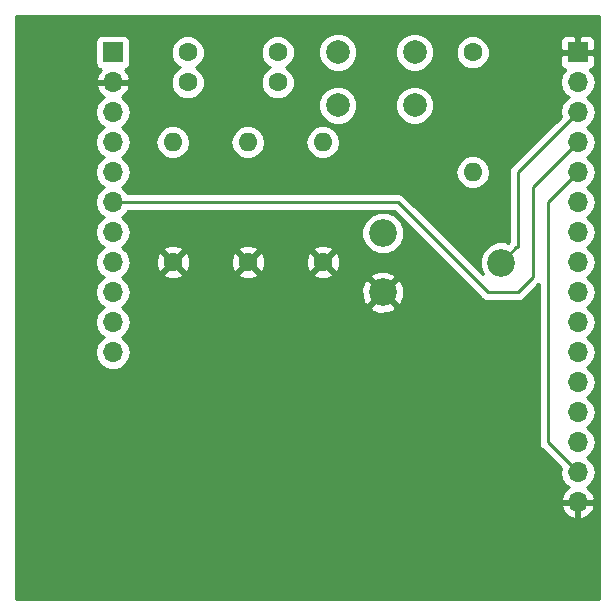
<source format=gbr>
G04 #@! TF.GenerationSoftware,KiCad,Pcbnew,(5.0.1)-4*
G04 #@! TF.CreationDate,2018-12-10T10:09:48+10:00*
G04 #@! TF.ProjectId,timer,74696D65722E6B696361645F70636200,rev?*
G04 #@! TF.SameCoordinates,Original*
G04 #@! TF.FileFunction,Copper,L2,Bot,Signal*
G04 #@! TF.FilePolarity,Positive*
%FSLAX46Y46*%
G04 Gerber Fmt 4.6, Leading zero omitted, Abs format (unit mm)*
G04 Created by KiCad (PCBNEW (5.0.1)-4) date 10-Dec-18 10:09:48 AM*
%MOMM*%
%LPD*%
G01*
G04 APERTURE LIST*
G04 #@! TA.AperFunction,ComponentPad*
%ADD10C,1.600000*%
G04 #@! TD*
G04 #@! TA.AperFunction,ComponentPad*
%ADD11O,1.600000X1.600000*%
G04 #@! TD*
G04 #@! TA.AperFunction,ComponentPad*
%ADD12C,2.340000*%
G04 #@! TD*
G04 #@! TA.AperFunction,ComponentPad*
%ADD13C,2.000000*%
G04 #@! TD*
G04 #@! TA.AperFunction,ComponentPad*
%ADD14R,1.700000X1.700000*%
G04 #@! TD*
G04 #@! TA.AperFunction,ComponentPad*
%ADD15O,1.700000X1.700000*%
G04 #@! TD*
G04 #@! TA.AperFunction,Conductor*
%ADD16C,0.250000*%
G04 #@! TD*
G04 #@! TA.AperFunction,Conductor*
%ADD17C,0.254000*%
G04 #@! TD*
G04 APERTURE END LIST*
D10*
G04 #@! TO.P,R1,2*
G04 #@! TO.N,Net-(R1-Pad2)*
X134620000Y-76200000D03*
G04 #@! TO.P,R1,1*
G04 #@! TO.N,Net-(R1-Pad1)*
X134620000Y-73660000D03*
G04 #@! TD*
D11*
G04 #@! TO.P,R2,2*
G04 #@! TO.N,Net-(R1-Pad2)*
X132080000Y-81280000D03*
D10*
G04 #@! TO.P,R2,1*
G04 #@! TO.N,Net-(R2-Pad1)*
X132080000Y-91440000D03*
G04 #@! TD*
G04 #@! TO.P,R3,1*
G04 #@! TO.N,Net-(R1-Pad1)*
X127000000Y-73660000D03*
G04 #@! TO.P,R3,2*
G04 #@! TO.N,Net-(R3-Pad2)*
X127000000Y-76200000D03*
G04 #@! TD*
G04 #@! TO.P,R4,1*
G04 #@! TO.N,Net-(R2-Pad1)*
X125730000Y-91440000D03*
D11*
G04 #@! TO.P,R4,2*
G04 #@! TO.N,Net-(R3-Pad2)*
X125730000Y-81280000D03*
G04 #@! TD*
D10*
G04 #@! TO.P,R5,1*
G04 #@! TO.N,Net-(R5-Pad1)*
X151130000Y-73660000D03*
D11*
G04 #@! TO.P,R5,2*
G04 #@! TO.N,Net-(R1-Pad1)*
X151130000Y-83820000D03*
G04 #@! TD*
G04 #@! TO.P,R6,2*
G04 #@! TO.N,Net-(R6-Pad2)*
X138430000Y-81280000D03*
D10*
G04 #@! TO.P,R6,1*
G04 #@! TO.N,Net-(R2-Pad1)*
X138430000Y-91440000D03*
G04 #@! TD*
D12*
G04 #@! TO.P,RV1,3*
G04 #@! TO.N,Net-(R1-Pad1)*
X143510000Y-88980000D03*
G04 #@! TO.P,RV1,2*
G04 #@! TO.N,Net-(RV1-Pad2)*
X153510000Y-91480000D03*
G04 #@! TO.P,RV1,1*
G04 #@! TO.N,Net-(R2-Pad1)*
X143510000Y-93980000D03*
G04 #@! TD*
D13*
G04 #@! TO.P,SW1,2*
G04 #@! TO.N,Net-(R6-Pad2)*
X139700000Y-78160000D03*
G04 #@! TO.P,SW1,1*
G04 #@! TO.N,Net-(R1-Pad1)*
X139700000Y-73660000D03*
G04 #@! TO.P,SW1,2*
G04 #@! TO.N,Net-(R6-Pad2)*
X146200000Y-78160000D03*
G04 #@! TO.P,SW1,1*
G04 #@! TO.N,Net-(R1-Pad1)*
X146200000Y-73660000D03*
G04 #@! TD*
D14*
G04 #@! TO.P,U1,1*
G04 #@! TO.N,Net-(R1-Pad1)*
X120650000Y-73660000D03*
D15*
G04 #@! TO.P,U1,2*
G04 #@! TO.N,Net-(R2-Pad1)*
X120650000Y-76200000D03*
G04 #@! TO.P,U1,3*
G04 #@! TO.N,Net-(R3-Pad2)*
X120650000Y-78740000D03*
G04 #@! TO.P,U1,4*
G04 #@! TO.N,Net-(R1-Pad2)*
X120650000Y-81280000D03*
G04 #@! TO.P,U1,5*
G04 #@! TO.N,Net-(R6-Pad2)*
X120650000Y-83820000D03*
G04 #@! TO.P,U1,6*
G04 #@! TO.N,Net-(U1-Pad6)*
X120650000Y-86360000D03*
G04 #@! TO.P,U1,7*
G04 #@! TO.N,Net-(U1-Pad7)*
X120650000Y-88900000D03*
G04 #@! TO.P,U1,8*
G04 #@! TO.N,Net-(U1-Pad8)*
X120650000Y-91440000D03*
G04 #@! TO.P,U1,9*
G04 #@! TO.N,Net-(U1-Pad9)*
X120650000Y-93980000D03*
G04 #@! TO.P,U1,10*
G04 #@! TO.N,Net-(U1-Pad10)*
X120650000Y-96520000D03*
G04 #@! TO.P,U1,11*
G04 #@! TO.N,Net-(U1-Pad11)*
X120650000Y-99060000D03*
G04 #@! TD*
D14*
G04 #@! TO.P,U2,1*
G04 #@! TO.N,Net-(R2-Pad1)*
X160020000Y-73660000D03*
D15*
G04 #@! TO.P,U2,2*
G04 #@! TO.N,Net-(R5-Pad1)*
X160020000Y-76200000D03*
G04 #@! TO.P,U2,3*
G04 #@! TO.N,Net-(RV1-Pad2)*
X160020000Y-78740000D03*
G04 #@! TO.P,U2,4*
G04 #@! TO.N,Net-(U1-Pad6)*
X160020000Y-81280000D03*
G04 #@! TO.P,U2,5*
G04 #@! TO.N,Net-(R1-Pad1)*
X160020000Y-83820000D03*
G04 #@! TO.P,U2,6*
G04 #@! TO.N,Net-(U1-Pad7)*
X160020000Y-86360000D03*
G04 #@! TO.P,U2,7*
G04 #@! TO.N,Net-(U2-Pad7)*
X160020000Y-88900000D03*
G04 #@! TO.P,U2,8*
G04 #@! TO.N,Net-(U2-Pad8)*
X160020000Y-91440000D03*
G04 #@! TO.P,U2,9*
G04 #@! TO.N,Net-(U2-Pad9)*
X160020000Y-93980000D03*
G04 #@! TO.P,U2,10*
G04 #@! TO.N,Net-(U2-Pad10)*
X160020000Y-96520000D03*
G04 #@! TO.P,U2,11*
G04 #@! TO.N,Net-(U1-Pad8)*
X160020000Y-99060000D03*
G04 #@! TO.P,U2,12*
G04 #@! TO.N,Net-(U1-Pad9)*
X160020000Y-101600000D03*
G04 #@! TO.P,U2,13*
G04 #@! TO.N,Net-(U1-Pad10)*
X160020000Y-104140000D03*
G04 #@! TO.P,U2,14*
G04 #@! TO.N,Net-(U1-Pad11)*
X160020000Y-106680000D03*
G04 #@! TO.P,U2,15*
G04 #@! TO.N,Net-(R1-Pad1)*
X160020000Y-109220000D03*
G04 #@! TO.P,U2,16*
G04 #@! TO.N,Net-(R2-Pad1)*
X160020000Y-111760000D03*
G04 #@! TD*
D16*
G04 #@! TO.N,Net-(R1-Pad1)*
X157480000Y-106680000D02*
X160020000Y-109220000D01*
X160020000Y-83820000D02*
X157480000Y-86360000D01*
X157480000Y-86360000D02*
X157480000Y-106680000D01*
G04 #@! TO.N,Net-(RV1-Pad2)*
X154820000Y-90170000D02*
X153510000Y-91480000D01*
X154940000Y-90170000D02*
X154820000Y-90170000D01*
X160020000Y-78740000D02*
X154940000Y-83820000D01*
X154940000Y-83820000D02*
X154940000Y-90170000D01*
G04 #@! TO.N,Net-(U1-Pad6)*
X144780000Y-86360000D02*
X120650000Y-86360000D01*
X152400000Y-93980000D02*
X144780000Y-86360000D01*
X154940000Y-93980000D02*
X152400000Y-93980000D01*
X156210000Y-92710000D02*
X154940000Y-93980000D01*
X160020000Y-81280000D02*
X156210000Y-85090000D01*
X156210000Y-85090000D02*
X156210000Y-92710000D01*
G04 #@! TD*
D17*
G04 #@! TO.N,Net-(R2-Pad1)*
G36*
X161850001Y-119940000D02*
X112470000Y-119940000D01*
X112470000Y-112116890D01*
X158578524Y-112116890D01*
X158748355Y-112526924D01*
X159138642Y-112955183D01*
X159663108Y-113201486D01*
X159893000Y-113080819D01*
X159893000Y-111887000D01*
X160147000Y-111887000D01*
X160147000Y-113080819D01*
X160376892Y-113201486D01*
X160901358Y-112955183D01*
X161291645Y-112526924D01*
X161461476Y-112116890D01*
X161340155Y-111887000D01*
X160147000Y-111887000D01*
X159893000Y-111887000D01*
X158699845Y-111887000D01*
X158578524Y-112116890D01*
X112470000Y-112116890D01*
X112470000Y-78740000D01*
X119135908Y-78740000D01*
X119251161Y-79319418D01*
X119579375Y-79810625D01*
X119877761Y-80010000D01*
X119579375Y-80209375D01*
X119251161Y-80700582D01*
X119135908Y-81280000D01*
X119251161Y-81859418D01*
X119579375Y-82350625D01*
X119877761Y-82550000D01*
X119579375Y-82749375D01*
X119251161Y-83240582D01*
X119135908Y-83820000D01*
X119251161Y-84399418D01*
X119579375Y-84890625D01*
X119877761Y-85090000D01*
X119579375Y-85289375D01*
X119251161Y-85780582D01*
X119135908Y-86360000D01*
X119251161Y-86939418D01*
X119579375Y-87430625D01*
X119877761Y-87630000D01*
X119579375Y-87829375D01*
X119251161Y-88320582D01*
X119135908Y-88900000D01*
X119251161Y-89479418D01*
X119579375Y-89970625D01*
X119877761Y-90170000D01*
X119579375Y-90369375D01*
X119251161Y-90860582D01*
X119135908Y-91440000D01*
X119251161Y-92019418D01*
X119579375Y-92510625D01*
X119877761Y-92710000D01*
X119579375Y-92909375D01*
X119251161Y-93400582D01*
X119135908Y-93980000D01*
X119251161Y-94559418D01*
X119579375Y-95050625D01*
X119877761Y-95250000D01*
X119579375Y-95449375D01*
X119251161Y-95940582D01*
X119135908Y-96520000D01*
X119251161Y-97099418D01*
X119579375Y-97590625D01*
X119877761Y-97790000D01*
X119579375Y-97989375D01*
X119251161Y-98480582D01*
X119135908Y-99060000D01*
X119251161Y-99639418D01*
X119579375Y-100130625D01*
X120070582Y-100458839D01*
X120503744Y-100545000D01*
X120796256Y-100545000D01*
X121229418Y-100458839D01*
X121720625Y-100130625D01*
X122048839Y-99639418D01*
X122164092Y-99060000D01*
X122048839Y-98480582D01*
X121720625Y-97989375D01*
X121422239Y-97790000D01*
X121720625Y-97590625D01*
X122048839Y-97099418D01*
X122164092Y-96520000D01*
X122048839Y-95940582D01*
X121720625Y-95449375D01*
X121430450Y-95255486D01*
X142414120Y-95255486D01*
X142533586Y-95539984D01*
X143204890Y-95794894D01*
X143922646Y-95773504D01*
X144486414Y-95539984D01*
X144605880Y-95255486D01*
X143510000Y-94159605D01*
X142414120Y-95255486D01*
X121430450Y-95255486D01*
X121422239Y-95250000D01*
X121720625Y-95050625D01*
X122048839Y-94559418D01*
X122164092Y-93980000D01*
X122103403Y-93674890D01*
X141695106Y-93674890D01*
X141716496Y-94392646D01*
X141950016Y-94956414D01*
X142234514Y-95075880D01*
X143330395Y-93980000D01*
X143689605Y-93980000D01*
X144785486Y-95075880D01*
X145069984Y-94956414D01*
X145324894Y-94285110D01*
X145303504Y-93567354D01*
X145069984Y-93003586D01*
X144785486Y-92884120D01*
X143689605Y-93980000D01*
X143330395Y-93980000D01*
X142234514Y-92884120D01*
X141950016Y-93003586D01*
X141695106Y-93674890D01*
X122103403Y-93674890D01*
X122048839Y-93400582D01*
X121720625Y-92909375D01*
X121422239Y-92710000D01*
X121720625Y-92510625D01*
X121762640Y-92447745D01*
X124901861Y-92447745D01*
X124975995Y-92693864D01*
X125513223Y-92886965D01*
X126083454Y-92859778D01*
X126484005Y-92693864D01*
X126558139Y-92447745D01*
X131251861Y-92447745D01*
X131325995Y-92693864D01*
X131863223Y-92886965D01*
X132433454Y-92859778D01*
X132834005Y-92693864D01*
X132908139Y-92447745D01*
X137601861Y-92447745D01*
X137675995Y-92693864D01*
X138213223Y-92886965D01*
X138783454Y-92859778D01*
X139158293Y-92704514D01*
X142414120Y-92704514D01*
X143510000Y-93800395D01*
X144605880Y-92704514D01*
X144486414Y-92420016D01*
X143815110Y-92165106D01*
X143097354Y-92186496D01*
X142533586Y-92420016D01*
X142414120Y-92704514D01*
X139158293Y-92704514D01*
X139184005Y-92693864D01*
X139258139Y-92447745D01*
X138430000Y-91619605D01*
X137601861Y-92447745D01*
X132908139Y-92447745D01*
X132080000Y-91619605D01*
X131251861Y-92447745D01*
X126558139Y-92447745D01*
X125730000Y-91619605D01*
X124901861Y-92447745D01*
X121762640Y-92447745D01*
X122048839Y-92019418D01*
X122164092Y-91440000D01*
X122120973Y-91223223D01*
X124283035Y-91223223D01*
X124310222Y-91793454D01*
X124476136Y-92194005D01*
X124722255Y-92268139D01*
X125550395Y-91440000D01*
X125909605Y-91440000D01*
X126737745Y-92268139D01*
X126983864Y-92194005D01*
X127176965Y-91656777D01*
X127156295Y-91223223D01*
X130633035Y-91223223D01*
X130660222Y-91793454D01*
X130826136Y-92194005D01*
X131072255Y-92268139D01*
X131900395Y-91440000D01*
X132259605Y-91440000D01*
X133087745Y-92268139D01*
X133333864Y-92194005D01*
X133526965Y-91656777D01*
X133506295Y-91223223D01*
X136983035Y-91223223D01*
X137010222Y-91793454D01*
X137176136Y-92194005D01*
X137422255Y-92268139D01*
X138250395Y-91440000D01*
X138609605Y-91440000D01*
X139437745Y-92268139D01*
X139683864Y-92194005D01*
X139876965Y-91656777D01*
X139849778Y-91086546D01*
X139683864Y-90685995D01*
X139437745Y-90611861D01*
X138609605Y-91440000D01*
X138250395Y-91440000D01*
X137422255Y-90611861D01*
X137176136Y-90685995D01*
X136983035Y-91223223D01*
X133506295Y-91223223D01*
X133499778Y-91086546D01*
X133333864Y-90685995D01*
X133087745Y-90611861D01*
X132259605Y-91440000D01*
X131900395Y-91440000D01*
X131072255Y-90611861D01*
X130826136Y-90685995D01*
X130633035Y-91223223D01*
X127156295Y-91223223D01*
X127149778Y-91086546D01*
X126983864Y-90685995D01*
X126737745Y-90611861D01*
X125909605Y-91440000D01*
X125550395Y-91440000D01*
X124722255Y-90611861D01*
X124476136Y-90685995D01*
X124283035Y-91223223D01*
X122120973Y-91223223D01*
X122048839Y-90860582D01*
X121762641Y-90432255D01*
X124901861Y-90432255D01*
X125730000Y-91260395D01*
X126558139Y-90432255D01*
X131251861Y-90432255D01*
X132080000Y-91260395D01*
X132908139Y-90432255D01*
X137601861Y-90432255D01*
X138430000Y-91260395D01*
X139258139Y-90432255D01*
X139184005Y-90186136D01*
X138646777Y-89993035D01*
X138076546Y-90020222D01*
X137675995Y-90186136D01*
X137601861Y-90432255D01*
X132908139Y-90432255D01*
X132834005Y-90186136D01*
X132296777Y-89993035D01*
X131726546Y-90020222D01*
X131325995Y-90186136D01*
X131251861Y-90432255D01*
X126558139Y-90432255D01*
X126484005Y-90186136D01*
X125946777Y-89993035D01*
X125376546Y-90020222D01*
X124975995Y-90186136D01*
X124901861Y-90432255D01*
X121762641Y-90432255D01*
X121720625Y-90369375D01*
X121422239Y-90170000D01*
X121720625Y-89970625D01*
X122048839Y-89479418D01*
X122164092Y-88900000D01*
X122108589Y-88620963D01*
X141705000Y-88620963D01*
X141705000Y-89339037D01*
X141979795Y-90002450D01*
X142487550Y-90510205D01*
X143150963Y-90785000D01*
X143869037Y-90785000D01*
X144532450Y-90510205D01*
X145040205Y-90002450D01*
X145315000Y-89339037D01*
X145315000Y-88620963D01*
X145040205Y-87957550D01*
X144532450Y-87449795D01*
X143869037Y-87175000D01*
X143150963Y-87175000D01*
X142487550Y-87449795D01*
X141979795Y-87957550D01*
X141705000Y-88620963D01*
X122108589Y-88620963D01*
X122048839Y-88320582D01*
X121720625Y-87829375D01*
X121422239Y-87630000D01*
X121720625Y-87430625D01*
X121928178Y-87120000D01*
X144465199Y-87120000D01*
X151809673Y-94464476D01*
X151852071Y-94527929D01*
X151915524Y-94570327D01*
X151915526Y-94570329D01*
X152040902Y-94654102D01*
X152103463Y-94695904D01*
X152325148Y-94740000D01*
X152325152Y-94740000D01*
X152399999Y-94754888D01*
X152474846Y-94740000D01*
X154865153Y-94740000D01*
X154940000Y-94754888D01*
X155014847Y-94740000D01*
X155014852Y-94740000D01*
X155236537Y-94695904D01*
X155487929Y-94527929D01*
X155530331Y-94464470D01*
X156694473Y-93300329D01*
X156720000Y-93283272D01*
X156720001Y-106605148D01*
X156705112Y-106680000D01*
X156720001Y-106754852D01*
X156764097Y-106976537D01*
X156932072Y-107227929D01*
X156995528Y-107270329D01*
X158578791Y-108853593D01*
X158505908Y-109220000D01*
X158621161Y-109799418D01*
X158949375Y-110290625D01*
X159268478Y-110503843D01*
X159138642Y-110564817D01*
X158748355Y-110993076D01*
X158578524Y-111403110D01*
X158699845Y-111633000D01*
X159893000Y-111633000D01*
X159893000Y-111613000D01*
X160147000Y-111613000D01*
X160147000Y-111633000D01*
X161340155Y-111633000D01*
X161461476Y-111403110D01*
X161291645Y-110993076D01*
X160901358Y-110564817D01*
X160771522Y-110503843D01*
X161090625Y-110290625D01*
X161418839Y-109799418D01*
X161534092Y-109220000D01*
X161418839Y-108640582D01*
X161090625Y-108149375D01*
X160792239Y-107950000D01*
X161090625Y-107750625D01*
X161418839Y-107259418D01*
X161534092Y-106680000D01*
X161418839Y-106100582D01*
X161090625Y-105609375D01*
X160792239Y-105410000D01*
X161090625Y-105210625D01*
X161418839Y-104719418D01*
X161534092Y-104140000D01*
X161418839Y-103560582D01*
X161090625Y-103069375D01*
X160792239Y-102870000D01*
X161090625Y-102670625D01*
X161418839Y-102179418D01*
X161534092Y-101600000D01*
X161418839Y-101020582D01*
X161090625Y-100529375D01*
X160792239Y-100330000D01*
X161090625Y-100130625D01*
X161418839Y-99639418D01*
X161534092Y-99060000D01*
X161418839Y-98480582D01*
X161090625Y-97989375D01*
X160792239Y-97790000D01*
X161090625Y-97590625D01*
X161418839Y-97099418D01*
X161534092Y-96520000D01*
X161418839Y-95940582D01*
X161090625Y-95449375D01*
X160792239Y-95250000D01*
X161090625Y-95050625D01*
X161418839Y-94559418D01*
X161534092Y-93980000D01*
X161418839Y-93400582D01*
X161090625Y-92909375D01*
X160792239Y-92710000D01*
X161090625Y-92510625D01*
X161418839Y-92019418D01*
X161534092Y-91440000D01*
X161418839Y-90860582D01*
X161090625Y-90369375D01*
X160792239Y-90170000D01*
X161090625Y-89970625D01*
X161418839Y-89479418D01*
X161534092Y-88900000D01*
X161418839Y-88320582D01*
X161090625Y-87829375D01*
X160792239Y-87630000D01*
X161090625Y-87430625D01*
X161418839Y-86939418D01*
X161534092Y-86360000D01*
X161418839Y-85780582D01*
X161090625Y-85289375D01*
X160792239Y-85090000D01*
X161090625Y-84890625D01*
X161418839Y-84399418D01*
X161534092Y-83820000D01*
X161418839Y-83240582D01*
X161090625Y-82749375D01*
X160792239Y-82550000D01*
X161090625Y-82350625D01*
X161418839Y-81859418D01*
X161534092Y-81280000D01*
X161418839Y-80700582D01*
X161090625Y-80209375D01*
X160792239Y-80010000D01*
X161090625Y-79810625D01*
X161418839Y-79319418D01*
X161534092Y-78740000D01*
X161418839Y-78160582D01*
X161090625Y-77669375D01*
X160792239Y-77470000D01*
X161090625Y-77270625D01*
X161418839Y-76779418D01*
X161534092Y-76200000D01*
X161418839Y-75620582D01*
X161090625Y-75129375D01*
X161068967Y-75114904D01*
X161229698Y-75048327D01*
X161408327Y-74869699D01*
X161505000Y-74636310D01*
X161505000Y-73945750D01*
X161346250Y-73787000D01*
X160147000Y-73787000D01*
X160147000Y-73807000D01*
X159893000Y-73807000D01*
X159893000Y-73787000D01*
X158693750Y-73787000D01*
X158535000Y-73945750D01*
X158535000Y-74636310D01*
X158631673Y-74869699D01*
X158810302Y-75048327D01*
X158971033Y-75114904D01*
X158949375Y-75129375D01*
X158621161Y-75620582D01*
X158505908Y-76200000D01*
X158621161Y-76779418D01*
X158949375Y-77270625D01*
X159247761Y-77470000D01*
X158949375Y-77669375D01*
X158621161Y-78160582D01*
X158505908Y-78740000D01*
X158578791Y-79106407D01*
X154455530Y-83229669D01*
X154392071Y-83272071D01*
X154224096Y-83523464D01*
X154180000Y-83745149D01*
X154180000Y-83745153D01*
X154165112Y-83820000D01*
X154180000Y-83894847D01*
X154180001Y-89735197D01*
X154131487Y-89783711D01*
X153869037Y-89675000D01*
X153150963Y-89675000D01*
X152487550Y-89949795D01*
X151979795Y-90457550D01*
X151705000Y-91120963D01*
X151705000Y-91839037D01*
X151967450Y-92472648D01*
X145370331Y-85875530D01*
X145327929Y-85812071D01*
X145076537Y-85644096D01*
X144854852Y-85600000D01*
X144854847Y-85600000D01*
X144780000Y-85585112D01*
X144705153Y-85600000D01*
X121928178Y-85600000D01*
X121720625Y-85289375D01*
X121422239Y-85090000D01*
X121720625Y-84890625D01*
X122048839Y-84399418D01*
X122164092Y-83820000D01*
X149666887Y-83820000D01*
X149778260Y-84379909D01*
X150095423Y-84854577D01*
X150570091Y-85171740D01*
X150988667Y-85255000D01*
X151271333Y-85255000D01*
X151689909Y-85171740D01*
X152164577Y-84854577D01*
X152481740Y-84379909D01*
X152593113Y-83820000D01*
X152481740Y-83260091D01*
X152164577Y-82785423D01*
X151689909Y-82468260D01*
X151271333Y-82385000D01*
X150988667Y-82385000D01*
X150570091Y-82468260D01*
X150095423Y-82785423D01*
X149778260Y-83260091D01*
X149666887Y-83820000D01*
X122164092Y-83820000D01*
X122048839Y-83240582D01*
X121720625Y-82749375D01*
X121422239Y-82550000D01*
X121720625Y-82350625D01*
X122048839Y-81859418D01*
X122164092Y-81280000D01*
X124266887Y-81280000D01*
X124378260Y-81839909D01*
X124695423Y-82314577D01*
X125170091Y-82631740D01*
X125588667Y-82715000D01*
X125871333Y-82715000D01*
X126289909Y-82631740D01*
X126764577Y-82314577D01*
X127081740Y-81839909D01*
X127193113Y-81280000D01*
X130616887Y-81280000D01*
X130728260Y-81839909D01*
X131045423Y-82314577D01*
X131520091Y-82631740D01*
X131938667Y-82715000D01*
X132221333Y-82715000D01*
X132639909Y-82631740D01*
X133114577Y-82314577D01*
X133431740Y-81839909D01*
X133543113Y-81280000D01*
X136966887Y-81280000D01*
X137078260Y-81839909D01*
X137395423Y-82314577D01*
X137870091Y-82631740D01*
X138288667Y-82715000D01*
X138571333Y-82715000D01*
X138989909Y-82631740D01*
X139464577Y-82314577D01*
X139781740Y-81839909D01*
X139893113Y-81280000D01*
X139781740Y-80720091D01*
X139464577Y-80245423D01*
X138989909Y-79928260D01*
X138571333Y-79845000D01*
X138288667Y-79845000D01*
X137870091Y-79928260D01*
X137395423Y-80245423D01*
X137078260Y-80720091D01*
X136966887Y-81280000D01*
X133543113Y-81280000D01*
X133431740Y-80720091D01*
X133114577Y-80245423D01*
X132639909Y-79928260D01*
X132221333Y-79845000D01*
X131938667Y-79845000D01*
X131520091Y-79928260D01*
X131045423Y-80245423D01*
X130728260Y-80720091D01*
X130616887Y-81280000D01*
X127193113Y-81280000D01*
X127081740Y-80720091D01*
X126764577Y-80245423D01*
X126289909Y-79928260D01*
X125871333Y-79845000D01*
X125588667Y-79845000D01*
X125170091Y-79928260D01*
X124695423Y-80245423D01*
X124378260Y-80720091D01*
X124266887Y-81280000D01*
X122164092Y-81280000D01*
X122048839Y-80700582D01*
X121720625Y-80209375D01*
X121422239Y-80010000D01*
X121720625Y-79810625D01*
X122048839Y-79319418D01*
X122164092Y-78740000D01*
X122048839Y-78160582D01*
X121831144Y-77834778D01*
X138065000Y-77834778D01*
X138065000Y-78485222D01*
X138313914Y-79086153D01*
X138773847Y-79546086D01*
X139374778Y-79795000D01*
X140025222Y-79795000D01*
X140626153Y-79546086D01*
X141086086Y-79086153D01*
X141335000Y-78485222D01*
X141335000Y-77834778D01*
X144565000Y-77834778D01*
X144565000Y-78485222D01*
X144813914Y-79086153D01*
X145273847Y-79546086D01*
X145874778Y-79795000D01*
X146525222Y-79795000D01*
X147126153Y-79546086D01*
X147586086Y-79086153D01*
X147835000Y-78485222D01*
X147835000Y-77834778D01*
X147586086Y-77233847D01*
X147126153Y-76773914D01*
X146525222Y-76525000D01*
X145874778Y-76525000D01*
X145273847Y-76773914D01*
X144813914Y-77233847D01*
X144565000Y-77834778D01*
X141335000Y-77834778D01*
X141086086Y-77233847D01*
X140626153Y-76773914D01*
X140025222Y-76525000D01*
X139374778Y-76525000D01*
X138773847Y-76773914D01*
X138313914Y-77233847D01*
X138065000Y-77834778D01*
X121831144Y-77834778D01*
X121720625Y-77669375D01*
X121401522Y-77456157D01*
X121531358Y-77395183D01*
X121921645Y-76966924D01*
X122091476Y-76556890D01*
X121970155Y-76327000D01*
X120777000Y-76327000D01*
X120777000Y-76347000D01*
X120523000Y-76347000D01*
X120523000Y-76327000D01*
X119329845Y-76327000D01*
X119208524Y-76556890D01*
X119378355Y-76966924D01*
X119768642Y-77395183D01*
X119898478Y-77456157D01*
X119579375Y-77669375D01*
X119251161Y-78160582D01*
X119135908Y-78740000D01*
X112470000Y-78740000D01*
X112470000Y-72810000D01*
X119152560Y-72810000D01*
X119152560Y-74510000D01*
X119201843Y-74757765D01*
X119342191Y-74967809D01*
X119552235Y-75108157D01*
X119655708Y-75128739D01*
X119378355Y-75433076D01*
X119208524Y-75843110D01*
X119329845Y-76073000D01*
X120523000Y-76073000D01*
X120523000Y-76053000D01*
X120777000Y-76053000D01*
X120777000Y-76073000D01*
X121970155Y-76073000D01*
X122091476Y-75843110D01*
X121921645Y-75433076D01*
X121644292Y-75128739D01*
X121747765Y-75108157D01*
X121957809Y-74967809D01*
X122098157Y-74757765D01*
X122147440Y-74510000D01*
X122147440Y-73374561D01*
X125565000Y-73374561D01*
X125565000Y-73945439D01*
X125783466Y-74472862D01*
X126187138Y-74876534D01*
X126316216Y-74930000D01*
X126187138Y-74983466D01*
X125783466Y-75387138D01*
X125565000Y-75914561D01*
X125565000Y-76485439D01*
X125783466Y-77012862D01*
X126187138Y-77416534D01*
X126714561Y-77635000D01*
X127285439Y-77635000D01*
X127812862Y-77416534D01*
X128216534Y-77012862D01*
X128435000Y-76485439D01*
X128435000Y-75914561D01*
X128216534Y-75387138D01*
X127812862Y-74983466D01*
X127683784Y-74930000D01*
X127812862Y-74876534D01*
X128216534Y-74472862D01*
X128435000Y-73945439D01*
X128435000Y-73374561D01*
X133185000Y-73374561D01*
X133185000Y-73945439D01*
X133403466Y-74472862D01*
X133807138Y-74876534D01*
X133936216Y-74930000D01*
X133807138Y-74983466D01*
X133403466Y-75387138D01*
X133185000Y-75914561D01*
X133185000Y-76485439D01*
X133403466Y-77012862D01*
X133807138Y-77416534D01*
X134334561Y-77635000D01*
X134905439Y-77635000D01*
X135432862Y-77416534D01*
X135836534Y-77012862D01*
X136055000Y-76485439D01*
X136055000Y-75914561D01*
X135836534Y-75387138D01*
X135432862Y-74983466D01*
X135303784Y-74930000D01*
X135432862Y-74876534D01*
X135836534Y-74472862D01*
X136055000Y-73945439D01*
X136055000Y-73374561D01*
X136038522Y-73334778D01*
X138065000Y-73334778D01*
X138065000Y-73985222D01*
X138313914Y-74586153D01*
X138773847Y-75046086D01*
X139374778Y-75295000D01*
X140025222Y-75295000D01*
X140626153Y-75046086D01*
X141086086Y-74586153D01*
X141335000Y-73985222D01*
X141335000Y-73334778D01*
X144565000Y-73334778D01*
X144565000Y-73985222D01*
X144813914Y-74586153D01*
X145273847Y-75046086D01*
X145874778Y-75295000D01*
X146525222Y-75295000D01*
X147126153Y-75046086D01*
X147586086Y-74586153D01*
X147835000Y-73985222D01*
X147835000Y-73374561D01*
X149695000Y-73374561D01*
X149695000Y-73945439D01*
X149913466Y-74472862D01*
X150317138Y-74876534D01*
X150844561Y-75095000D01*
X151415439Y-75095000D01*
X151942862Y-74876534D01*
X152346534Y-74472862D01*
X152565000Y-73945439D01*
X152565000Y-73374561D01*
X152346534Y-72847138D01*
X152183086Y-72683690D01*
X158535000Y-72683690D01*
X158535000Y-73374250D01*
X158693750Y-73533000D01*
X159893000Y-73533000D01*
X159893000Y-72333750D01*
X160147000Y-72333750D01*
X160147000Y-73533000D01*
X161346250Y-73533000D01*
X161505000Y-73374250D01*
X161505000Y-72683690D01*
X161408327Y-72450301D01*
X161229698Y-72271673D01*
X160996309Y-72175000D01*
X160305750Y-72175000D01*
X160147000Y-72333750D01*
X159893000Y-72333750D01*
X159734250Y-72175000D01*
X159043691Y-72175000D01*
X158810302Y-72271673D01*
X158631673Y-72450301D01*
X158535000Y-72683690D01*
X152183086Y-72683690D01*
X151942862Y-72443466D01*
X151415439Y-72225000D01*
X150844561Y-72225000D01*
X150317138Y-72443466D01*
X149913466Y-72847138D01*
X149695000Y-73374561D01*
X147835000Y-73374561D01*
X147835000Y-73334778D01*
X147586086Y-72733847D01*
X147126153Y-72273914D01*
X146525222Y-72025000D01*
X145874778Y-72025000D01*
X145273847Y-72273914D01*
X144813914Y-72733847D01*
X144565000Y-73334778D01*
X141335000Y-73334778D01*
X141086086Y-72733847D01*
X140626153Y-72273914D01*
X140025222Y-72025000D01*
X139374778Y-72025000D01*
X138773847Y-72273914D01*
X138313914Y-72733847D01*
X138065000Y-73334778D01*
X136038522Y-73334778D01*
X135836534Y-72847138D01*
X135432862Y-72443466D01*
X134905439Y-72225000D01*
X134334561Y-72225000D01*
X133807138Y-72443466D01*
X133403466Y-72847138D01*
X133185000Y-73374561D01*
X128435000Y-73374561D01*
X128216534Y-72847138D01*
X127812862Y-72443466D01*
X127285439Y-72225000D01*
X126714561Y-72225000D01*
X126187138Y-72443466D01*
X125783466Y-72847138D01*
X125565000Y-73374561D01*
X122147440Y-73374561D01*
X122147440Y-72810000D01*
X122098157Y-72562235D01*
X121957809Y-72352191D01*
X121747765Y-72211843D01*
X121500000Y-72162560D01*
X119800000Y-72162560D01*
X119552235Y-72211843D01*
X119342191Y-72352191D01*
X119201843Y-72562235D01*
X119152560Y-72810000D01*
X112470000Y-72810000D01*
X112470000Y-70560000D01*
X161850000Y-70560000D01*
X161850001Y-119940000D01*
X161850001Y-119940000D01*
G37*
X161850001Y-119940000D02*
X112470000Y-119940000D01*
X112470000Y-112116890D01*
X158578524Y-112116890D01*
X158748355Y-112526924D01*
X159138642Y-112955183D01*
X159663108Y-113201486D01*
X159893000Y-113080819D01*
X159893000Y-111887000D01*
X160147000Y-111887000D01*
X160147000Y-113080819D01*
X160376892Y-113201486D01*
X160901358Y-112955183D01*
X161291645Y-112526924D01*
X161461476Y-112116890D01*
X161340155Y-111887000D01*
X160147000Y-111887000D01*
X159893000Y-111887000D01*
X158699845Y-111887000D01*
X158578524Y-112116890D01*
X112470000Y-112116890D01*
X112470000Y-78740000D01*
X119135908Y-78740000D01*
X119251161Y-79319418D01*
X119579375Y-79810625D01*
X119877761Y-80010000D01*
X119579375Y-80209375D01*
X119251161Y-80700582D01*
X119135908Y-81280000D01*
X119251161Y-81859418D01*
X119579375Y-82350625D01*
X119877761Y-82550000D01*
X119579375Y-82749375D01*
X119251161Y-83240582D01*
X119135908Y-83820000D01*
X119251161Y-84399418D01*
X119579375Y-84890625D01*
X119877761Y-85090000D01*
X119579375Y-85289375D01*
X119251161Y-85780582D01*
X119135908Y-86360000D01*
X119251161Y-86939418D01*
X119579375Y-87430625D01*
X119877761Y-87630000D01*
X119579375Y-87829375D01*
X119251161Y-88320582D01*
X119135908Y-88900000D01*
X119251161Y-89479418D01*
X119579375Y-89970625D01*
X119877761Y-90170000D01*
X119579375Y-90369375D01*
X119251161Y-90860582D01*
X119135908Y-91440000D01*
X119251161Y-92019418D01*
X119579375Y-92510625D01*
X119877761Y-92710000D01*
X119579375Y-92909375D01*
X119251161Y-93400582D01*
X119135908Y-93980000D01*
X119251161Y-94559418D01*
X119579375Y-95050625D01*
X119877761Y-95250000D01*
X119579375Y-95449375D01*
X119251161Y-95940582D01*
X119135908Y-96520000D01*
X119251161Y-97099418D01*
X119579375Y-97590625D01*
X119877761Y-97790000D01*
X119579375Y-97989375D01*
X119251161Y-98480582D01*
X119135908Y-99060000D01*
X119251161Y-99639418D01*
X119579375Y-100130625D01*
X120070582Y-100458839D01*
X120503744Y-100545000D01*
X120796256Y-100545000D01*
X121229418Y-100458839D01*
X121720625Y-100130625D01*
X122048839Y-99639418D01*
X122164092Y-99060000D01*
X122048839Y-98480582D01*
X121720625Y-97989375D01*
X121422239Y-97790000D01*
X121720625Y-97590625D01*
X122048839Y-97099418D01*
X122164092Y-96520000D01*
X122048839Y-95940582D01*
X121720625Y-95449375D01*
X121430450Y-95255486D01*
X142414120Y-95255486D01*
X142533586Y-95539984D01*
X143204890Y-95794894D01*
X143922646Y-95773504D01*
X144486414Y-95539984D01*
X144605880Y-95255486D01*
X143510000Y-94159605D01*
X142414120Y-95255486D01*
X121430450Y-95255486D01*
X121422239Y-95250000D01*
X121720625Y-95050625D01*
X122048839Y-94559418D01*
X122164092Y-93980000D01*
X122103403Y-93674890D01*
X141695106Y-93674890D01*
X141716496Y-94392646D01*
X141950016Y-94956414D01*
X142234514Y-95075880D01*
X143330395Y-93980000D01*
X143689605Y-93980000D01*
X144785486Y-95075880D01*
X145069984Y-94956414D01*
X145324894Y-94285110D01*
X145303504Y-93567354D01*
X145069984Y-93003586D01*
X144785486Y-92884120D01*
X143689605Y-93980000D01*
X143330395Y-93980000D01*
X142234514Y-92884120D01*
X141950016Y-93003586D01*
X141695106Y-93674890D01*
X122103403Y-93674890D01*
X122048839Y-93400582D01*
X121720625Y-92909375D01*
X121422239Y-92710000D01*
X121720625Y-92510625D01*
X121762640Y-92447745D01*
X124901861Y-92447745D01*
X124975995Y-92693864D01*
X125513223Y-92886965D01*
X126083454Y-92859778D01*
X126484005Y-92693864D01*
X126558139Y-92447745D01*
X131251861Y-92447745D01*
X131325995Y-92693864D01*
X131863223Y-92886965D01*
X132433454Y-92859778D01*
X132834005Y-92693864D01*
X132908139Y-92447745D01*
X137601861Y-92447745D01*
X137675995Y-92693864D01*
X138213223Y-92886965D01*
X138783454Y-92859778D01*
X139158293Y-92704514D01*
X142414120Y-92704514D01*
X143510000Y-93800395D01*
X144605880Y-92704514D01*
X144486414Y-92420016D01*
X143815110Y-92165106D01*
X143097354Y-92186496D01*
X142533586Y-92420016D01*
X142414120Y-92704514D01*
X139158293Y-92704514D01*
X139184005Y-92693864D01*
X139258139Y-92447745D01*
X138430000Y-91619605D01*
X137601861Y-92447745D01*
X132908139Y-92447745D01*
X132080000Y-91619605D01*
X131251861Y-92447745D01*
X126558139Y-92447745D01*
X125730000Y-91619605D01*
X124901861Y-92447745D01*
X121762640Y-92447745D01*
X122048839Y-92019418D01*
X122164092Y-91440000D01*
X122120973Y-91223223D01*
X124283035Y-91223223D01*
X124310222Y-91793454D01*
X124476136Y-92194005D01*
X124722255Y-92268139D01*
X125550395Y-91440000D01*
X125909605Y-91440000D01*
X126737745Y-92268139D01*
X126983864Y-92194005D01*
X127176965Y-91656777D01*
X127156295Y-91223223D01*
X130633035Y-91223223D01*
X130660222Y-91793454D01*
X130826136Y-92194005D01*
X131072255Y-92268139D01*
X131900395Y-91440000D01*
X132259605Y-91440000D01*
X133087745Y-92268139D01*
X133333864Y-92194005D01*
X133526965Y-91656777D01*
X133506295Y-91223223D01*
X136983035Y-91223223D01*
X137010222Y-91793454D01*
X137176136Y-92194005D01*
X137422255Y-92268139D01*
X138250395Y-91440000D01*
X138609605Y-91440000D01*
X139437745Y-92268139D01*
X139683864Y-92194005D01*
X139876965Y-91656777D01*
X139849778Y-91086546D01*
X139683864Y-90685995D01*
X139437745Y-90611861D01*
X138609605Y-91440000D01*
X138250395Y-91440000D01*
X137422255Y-90611861D01*
X137176136Y-90685995D01*
X136983035Y-91223223D01*
X133506295Y-91223223D01*
X133499778Y-91086546D01*
X133333864Y-90685995D01*
X133087745Y-90611861D01*
X132259605Y-91440000D01*
X131900395Y-91440000D01*
X131072255Y-90611861D01*
X130826136Y-90685995D01*
X130633035Y-91223223D01*
X127156295Y-91223223D01*
X127149778Y-91086546D01*
X126983864Y-90685995D01*
X126737745Y-90611861D01*
X125909605Y-91440000D01*
X125550395Y-91440000D01*
X124722255Y-90611861D01*
X124476136Y-90685995D01*
X124283035Y-91223223D01*
X122120973Y-91223223D01*
X122048839Y-90860582D01*
X121762641Y-90432255D01*
X124901861Y-90432255D01*
X125730000Y-91260395D01*
X126558139Y-90432255D01*
X131251861Y-90432255D01*
X132080000Y-91260395D01*
X132908139Y-90432255D01*
X137601861Y-90432255D01*
X138430000Y-91260395D01*
X139258139Y-90432255D01*
X139184005Y-90186136D01*
X138646777Y-89993035D01*
X138076546Y-90020222D01*
X137675995Y-90186136D01*
X137601861Y-90432255D01*
X132908139Y-90432255D01*
X132834005Y-90186136D01*
X132296777Y-89993035D01*
X131726546Y-90020222D01*
X131325995Y-90186136D01*
X131251861Y-90432255D01*
X126558139Y-90432255D01*
X126484005Y-90186136D01*
X125946777Y-89993035D01*
X125376546Y-90020222D01*
X124975995Y-90186136D01*
X124901861Y-90432255D01*
X121762641Y-90432255D01*
X121720625Y-90369375D01*
X121422239Y-90170000D01*
X121720625Y-89970625D01*
X122048839Y-89479418D01*
X122164092Y-88900000D01*
X122108589Y-88620963D01*
X141705000Y-88620963D01*
X141705000Y-89339037D01*
X141979795Y-90002450D01*
X142487550Y-90510205D01*
X143150963Y-90785000D01*
X143869037Y-90785000D01*
X144532450Y-90510205D01*
X145040205Y-90002450D01*
X145315000Y-89339037D01*
X145315000Y-88620963D01*
X145040205Y-87957550D01*
X144532450Y-87449795D01*
X143869037Y-87175000D01*
X143150963Y-87175000D01*
X142487550Y-87449795D01*
X141979795Y-87957550D01*
X141705000Y-88620963D01*
X122108589Y-88620963D01*
X122048839Y-88320582D01*
X121720625Y-87829375D01*
X121422239Y-87630000D01*
X121720625Y-87430625D01*
X121928178Y-87120000D01*
X144465199Y-87120000D01*
X151809673Y-94464476D01*
X151852071Y-94527929D01*
X151915524Y-94570327D01*
X151915526Y-94570329D01*
X152040902Y-94654102D01*
X152103463Y-94695904D01*
X152325148Y-94740000D01*
X152325152Y-94740000D01*
X152399999Y-94754888D01*
X152474846Y-94740000D01*
X154865153Y-94740000D01*
X154940000Y-94754888D01*
X155014847Y-94740000D01*
X155014852Y-94740000D01*
X155236537Y-94695904D01*
X155487929Y-94527929D01*
X155530331Y-94464470D01*
X156694473Y-93300329D01*
X156720000Y-93283272D01*
X156720001Y-106605148D01*
X156705112Y-106680000D01*
X156720001Y-106754852D01*
X156764097Y-106976537D01*
X156932072Y-107227929D01*
X156995528Y-107270329D01*
X158578791Y-108853593D01*
X158505908Y-109220000D01*
X158621161Y-109799418D01*
X158949375Y-110290625D01*
X159268478Y-110503843D01*
X159138642Y-110564817D01*
X158748355Y-110993076D01*
X158578524Y-111403110D01*
X158699845Y-111633000D01*
X159893000Y-111633000D01*
X159893000Y-111613000D01*
X160147000Y-111613000D01*
X160147000Y-111633000D01*
X161340155Y-111633000D01*
X161461476Y-111403110D01*
X161291645Y-110993076D01*
X160901358Y-110564817D01*
X160771522Y-110503843D01*
X161090625Y-110290625D01*
X161418839Y-109799418D01*
X161534092Y-109220000D01*
X161418839Y-108640582D01*
X161090625Y-108149375D01*
X160792239Y-107950000D01*
X161090625Y-107750625D01*
X161418839Y-107259418D01*
X161534092Y-106680000D01*
X161418839Y-106100582D01*
X161090625Y-105609375D01*
X160792239Y-105410000D01*
X161090625Y-105210625D01*
X161418839Y-104719418D01*
X161534092Y-104140000D01*
X161418839Y-103560582D01*
X161090625Y-103069375D01*
X160792239Y-102870000D01*
X161090625Y-102670625D01*
X161418839Y-102179418D01*
X161534092Y-101600000D01*
X161418839Y-101020582D01*
X161090625Y-100529375D01*
X160792239Y-100330000D01*
X161090625Y-100130625D01*
X161418839Y-99639418D01*
X161534092Y-99060000D01*
X161418839Y-98480582D01*
X161090625Y-97989375D01*
X160792239Y-97790000D01*
X161090625Y-97590625D01*
X161418839Y-97099418D01*
X161534092Y-96520000D01*
X161418839Y-95940582D01*
X161090625Y-95449375D01*
X160792239Y-95250000D01*
X161090625Y-95050625D01*
X161418839Y-94559418D01*
X161534092Y-93980000D01*
X161418839Y-93400582D01*
X161090625Y-92909375D01*
X160792239Y-92710000D01*
X161090625Y-92510625D01*
X161418839Y-92019418D01*
X161534092Y-91440000D01*
X161418839Y-90860582D01*
X161090625Y-90369375D01*
X160792239Y-90170000D01*
X161090625Y-89970625D01*
X161418839Y-89479418D01*
X161534092Y-88900000D01*
X161418839Y-88320582D01*
X161090625Y-87829375D01*
X160792239Y-87630000D01*
X161090625Y-87430625D01*
X161418839Y-86939418D01*
X161534092Y-86360000D01*
X161418839Y-85780582D01*
X161090625Y-85289375D01*
X160792239Y-85090000D01*
X161090625Y-84890625D01*
X161418839Y-84399418D01*
X161534092Y-83820000D01*
X161418839Y-83240582D01*
X161090625Y-82749375D01*
X160792239Y-82550000D01*
X161090625Y-82350625D01*
X161418839Y-81859418D01*
X161534092Y-81280000D01*
X161418839Y-80700582D01*
X161090625Y-80209375D01*
X160792239Y-80010000D01*
X161090625Y-79810625D01*
X161418839Y-79319418D01*
X161534092Y-78740000D01*
X161418839Y-78160582D01*
X161090625Y-77669375D01*
X160792239Y-77470000D01*
X161090625Y-77270625D01*
X161418839Y-76779418D01*
X161534092Y-76200000D01*
X161418839Y-75620582D01*
X161090625Y-75129375D01*
X161068967Y-75114904D01*
X161229698Y-75048327D01*
X161408327Y-74869699D01*
X161505000Y-74636310D01*
X161505000Y-73945750D01*
X161346250Y-73787000D01*
X160147000Y-73787000D01*
X160147000Y-73807000D01*
X159893000Y-73807000D01*
X159893000Y-73787000D01*
X158693750Y-73787000D01*
X158535000Y-73945750D01*
X158535000Y-74636310D01*
X158631673Y-74869699D01*
X158810302Y-75048327D01*
X158971033Y-75114904D01*
X158949375Y-75129375D01*
X158621161Y-75620582D01*
X158505908Y-76200000D01*
X158621161Y-76779418D01*
X158949375Y-77270625D01*
X159247761Y-77470000D01*
X158949375Y-77669375D01*
X158621161Y-78160582D01*
X158505908Y-78740000D01*
X158578791Y-79106407D01*
X154455530Y-83229669D01*
X154392071Y-83272071D01*
X154224096Y-83523464D01*
X154180000Y-83745149D01*
X154180000Y-83745153D01*
X154165112Y-83820000D01*
X154180000Y-83894847D01*
X154180001Y-89735197D01*
X154131487Y-89783711D01*
X153869037Y-89675000D01*
X153150963Y-89675000D01*
X152487550Y-89949795D01*
X151979795Y-90457550D01*
X151705000Y-91120963D01*
X151705000Y-91839037D01*
X151967450Y-92472648D01*
X145370331Y-85875530D01*
X145327929Y-85812071D01*
X145076537Y-85644096D01*
X144854852Y-85600000D01*
X144854847Y-85600000D01*
X144780000Y-85585112D01*
X144705153Y-85600000D01*
X121928178Y-85600000D01*
X121720625Y-85289375D01*
X121422239Y-85090000D01*
X121720625Y-84890625D01*
X122048839Y-84399418D01*
X122164092Y-83820000D01*
X149666887Y-83820000D01*
X149778260Y-84379909D01*
X150095423Y-84854577D01*
X150570091Y-85171740D01*
X150988667Y-85255000D01*
X151271333Y-85255000D01*
X151689909Y-85171740D01*
X152164577Y-84854577D01*
X152481740Y-84379909D01*
X152593113Y-83820000D01*
X152481740Y-83260091D01*
X152164577Y-82785423D01*
X151689909Y-82468260D01*
X151271333Y-82385000D01*
X150988667Y-82385000D01*
X150570091Y-82468260D01*
X150095423Y-82785423D01*
X149778260Y-83260091D01*
X149666887Y-83820000D01*
X122164092Y-83820000D01*
X122048839Y-83240582D01*
X121720625Y-82749375D01*
X121422239Y-82550000D01*
X121720625Y-82350625D01*
X122048839Y-81859418D01*
X122164092Y-81280000D01*
X124266887Y-81280000D01*
X124378260Y-81839909D01*
X124695423Y-82314577D01*
X125170091Y-82631740D01*
X125588667Y-82715000D01*
X125871333Y-82715000D01*
X126289909Y-82631740D01*
X126764577Y-82314577D01*
X127081740Y-81839909D01*
X127193113Y-81280000D01*
X130616887Y-81280000D01*
X130728260Y-81839909D01*
X131045423Y-82314577D01*
X131520091Y-82631740D01*
X131938667Y-82715000D01*
X132221333Y-82715000D01*
X132639909Y-82631740D01*
X133114577Y-82314577D01*
X133431740Y-81839909D01*
X133543113Y-81280000D01*
X136966887Y-81280000D01*
X137078260Y-81839909D01*
X137395423Y-82314577D01*
X137870091Y-82631740D01*
X138288667Y-82715000D01*
X138571333Y-82715000D01*
X138989909Y-82631740D01*
X139464577Y-82314577D01*
X139781740Y-81839909D01*
X139893113Y-81280000D01*
X139781740Y-80720091D01*
X139464577Y-80245423D01*
X138989909Y-79928260D01*
X138571333Y-79845000D01*
X138288667Y-79845000D01*
X137870091Y-79928260D01*
X137395423Y-80245423D01*
X137078260Y-80720091D01*
X136966887Y-81280000D01*
X133543113Y-81280000D01*
X133431740Y-80720091D01*
X133114577Y-80245423D01*
X132639909Y-79928260D01*
X132221333Y-79845000D01*
X131938667Y-79845000D01*
X131520091Y-79928260D01*
X131045423Y-80245423D01*
X130728260Y-80720091D01*
X130616887Y-81280000D01*
X127193113Y-81280000D01*
X127081740Y-80720091D01*
X126764577Y-80245423D01*
X126289909Y-79928260D01*
X125871333Y-79845000D01*
X125588667Y-79845000D01*
X125170091Y-79928260D01*
X124695423Y-80245423D01*
X124378260Y-80720091D01*
X124266887Y-81280000D01*
X122164092Y-81280000D01*
X122048839Y-80700582D01*
X121720625Y-80209375D01*
X121422239Y-80010000D01*
X121720625Y-79810625D01*
X122048839Y-79319418D01*
X122164092Y-78740000D01*
X122048839Y-78160582D01*
X121831144Y-77834778D01*
X138065000Y-77834778D01*
X138065000Y-78485222D01*
X138313914Y-79086153D01*
X138773847Y-79546086D01*
X139374778Y-79795000D01*
X140025222Y-79795000D01*
X140626153Y-79546086D01*
X141086086Y-79086153D01*
X141335000Y-78485222D01*
X141335000Y-77834778D01*
X144565000Y-77834778D01*
X144565000Y-78485222D01*
X144813914Y-79086153D01*
X145273847Y-79546086D01*
X145874778Y-79795000D01*
X146525222Y-79795000D01*
X147126153Y-79546086D01*
X147586086Y-79086153D01*
X147835000Y-78485222D01*
X147835000Y-77834778D01*
X147586086Y-77233847D01*
X147126153Y-76773914D01*
X146525222Y-76525000D01*
X145874778Y-76525000D01*
X145273847Y-76773914D01*
X144813914Y-77233847D01*
X144565000Y-77834778D01*
X141335000Y-77834778D01*
X141086086Y-77233847D01*
X140626153Y-76773914D01*
X140025222Y-76525000D01*
X139374778Y-76525000D01*
X138773847Y-76773914D01*
X138313914Y-77233847D01*
X138065000Y-77834778D01*
X121831144Y-77834778D01*
X121720625Y-77669375D01*
X121401522Y-77456157D01*
X121531358Y-77395183D01*
X121921645Y-76966924D01*
X122091476Y-76556890D01*
X121970155Y-76327000D01*
X120777000Y-76327000D01*
X120777000Y-76347000D01*
X120523000Y-76347000D01*
X120523000Y-76327000D01*
X119329845Y-76327000D01*
X119208524Y-76556890D01*
X119378355Y-76966924D01*
X119768642Y-77395183D01*
X119898478Y-77456157D01*
X119579375Y-77669375D01*
X119251161Y-78160582D01*
X119135908Y-78740000D01*
X112470000Y-78740000D01*
X112470000Y-72810000D01*
X119152560Y-72810000D01*
X119152560Y-74510000D01*
X119201843Y-74757765D01*
X119342191Y-74967809D01*
X119552235Y-75108157D01*
X119655708Y-75128739D01*
X119378355Y-75433076D01*
X119208524Y-75843110D01*
X119329845Y-76073000D01*
X120523000Y-76073000D01*
X120523000Y-76053000D01*
X120777000Y-76053000D01*
X120777000Y-76073000D01*
X121970155Y-76073000D01*
X122091476Y-75843110D01*
X121921645Y-75433076D01*
X121644292Y-75128739D01*
X121747765Y-75108157D01*
X121957809Y-74967809D01*
X122098157Y-74757765D01*
X122147440Y-74510000D01*
X122147440Y-73374561D01*
X125565000Y-73374561D01*
X125565000Y-73945439D01*
X125783466Y-74472862D01*
X126187138Y-74876534D01*
X126316216Y-74930000D01*
X126187138Y-74983466D01*
X125783466Y-75387138D01*
X125565000Y-75914561D01*
X125565000Y-76485439D01*
X125783466Y-77012862D01*
X126187138Y-77416534D01*
X126714561Y-77635000D01*
X127285439Y-77635000D01*
X127812862Y-77416534D01*
X128216534Y-77012862D01*
X128435000Y-76485439D01*
X128435000Y-75914561D01*
X128216534Y-75387138D01*
X127812862Y-74983466D01*
X127683784Y-74930000D01*
X127812862Y-74876534D01*
X128216534Y-74472862D01*
X128435000Y-73945439D01*
X128435000Y-73374561D01*
X133185000Y-73374561D01*
X133185000Y-73945439D01*
X133403466Y-74472862D01*
X133807138Y-74876534D01*
X133936216Y-74930000D01*
X133807138Y-74983466D01*
X133403466Y-75387138D01*
X133185000Y-75914561D01*
X133185000Y-76485439D01*
X133403466Y-77012862D01*
X133807138Y-77416534D01*
X134334561Y-77635000D01*
X134905439Y-77635000D01*
X135432862Y-77416534D01*
X135836534Y-77012862D01*
X136055000Y-76485439D01*
X136055000Y-75914561D01*
X135836534Y-75387138D01*
X135432862Y-74983466D01*
X135303784Y-74930000D01*
X135432862Y-74876534D01*
X135836534Y-74472862D01*
X136055000Y-73945439D01*
X136055000Y-73374561D01*
X136038522Y-73334778D01*
X138065000Y-73334778D01*
X138065000Y-73985222D01*
X138313914Y-74586153D01*
X138773847Y-75046086D01*
X139374778Y-75295000D01*
X140025222Y-75295000D01*
X140626153Y-75046086D01*
X141086086Y-74586153D01*
X141335000Y-73985222D01*
X141335000Y-73334778D01*
X144565000Y-73334778D01*
X144565000Y-73985222D01*
X144813914Y-74586153D01*
X145273847Y-75046086D01*
X145874778Y-75295000D01*
X146525222Y-75295000D01*
X147126153Y-75046086D01*
X147586086Y-74586153D01*
X147835000Y-73985222D01*
X147835000Y-73374561D01*
X149695000Y-73374561D01*
X149695000Y-73945439D01*
X149913466Y-74472862D01*
X150317138Y-74876534D01*
X150844561Y-75095000D01*
X151415439Y-75095000D01*
X151942862Y-74876534D01*
X152346534Y-74472862D01*
X152565000Y-73945439D01*
X152565000Y-73374561D01*
X152346534Y-72847138D01*
X152183086Y-72683690D01*
X158535000Y-72683690D01*
X158535000Y-73374250D01*
X158693750Y-73533000D01*
X159893000Y-73533000D01*
X159893000Y-72333750D01*
X160147000Y-72333750D01*
X160147000Y-73533000D01*
X161346250Y-73533000D01*
X161505000Y-73374250D01*
X161505000Y-72683690D01*
X161408327Y-72450301D01*
X161229698Y-72271673D01*
X160996309Y-72175000D01*
X160305750Y-72175000D01*
X160147000Y-72333750D01*
X159893000Y-72333750D01*
X159734250Y-72175000D01*
X159043691Y-72175000D01*
X158810302Y-72271673D01*
X158631673Y-72450301D01*
X158535000Y-72683690D01*
X152183086Y-72683690D01*
X151942862Y-72443466D01*
X151415439Y-72225000D01*
X150844561Y-72225000D01*
X150317138Y-72443466D01*
X149913466Y-72847138D01*
X149695000Y-73374561D01*
X147835000Y-73374561D01*
X147835000Y-73334778D01*
X147586086Y-72733847D01*
X147126153Y-72273914D01*
X146525222Y-72025000D01*
X145874778Y-72025000D01*
X145273847Y-72273914D01*
X144813914Y-72733847D01*
X144565000Y-73334778D01*
X141335000Y-73334778D01*
X141086086Y-72733847D01*
X140626153Y-72273914D01*
X140025222Y-72025000D01*
X139374778Y-72025000D01*
X138773847Y-72273914D01*
X138313914Y-72733847D01*
X138065000Y-73334778D01*
X136038522Y-73334778D01*
X135836534Y-72847138D01*
X135432862Y-72443466D01*
X134905439Y-72225000D01*
X134334561Y-72225000D01*
X133807138Y-72443466D01*
X133403466Y-72847138D01*
X133185000Y-73374561D01*
X128435000Y-73374561D01*
X128216534Y-72847138D01*
X127812862Y-72443466D01*
X127285439Y-72225000D01*
X126714561Y-72225000D01*
X126187138Y-72443466D01*
X125783466Y-72847138D01*
X125565000Y-73374561D01*
X122147440Y-73374561D01*
X122147440Y-72810000D01*
X122098157Y-72562235D01*
X121957809Y-72352191D01*
X121747765Y-72211843D01*
X121500000Y-72162560D01*
X119800000Y-72162560D01*
X119552235Y-72211843D01*
X119342191Y-72352191D01*
X119201843Y-72562235D01*
X119152560Y-72810000D01*
X112470000Y-72810000D01*
X112470000Y-70560000D01*
X161850000Y-70560000D01*
X161850001Y-119940000D01*
G04 #@! TD*
M02*

</source>
